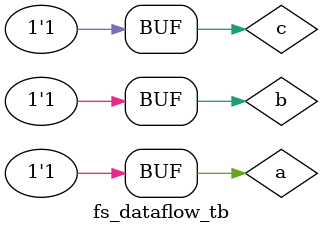
<source format=v>

module fs_dataflow_tb();
reg a,b,c;
wire d,br;
fs_dataflow dut(.a(a) ,.b(b),.c(c),.d(d) ,.br(br));
 
initial begin;
a = 1'b0;
b = 1'b0;
c = 1'b0;
#20;
a = 1'b0;
b = 1'b0;
c = 1'b1;
#20;
a = 1'b0;
b = 1'b1;
c = 1'b0;
#20;
a = 1'b0;
b = 1'b1;
c = 1'b1;
#20;
a = 1'b1;
b = 1'b0;
c = 1'b0;
#20;
a = 1'b1;
b = 1'b0;
c = 1'b1;
#20;
a = 1'b1;
b = 1'b1;
c = 1'b0;
#20;
a = 1'b1;
b = 1'b1;
c = 1'b1;
#20;
end
endmodule

</source>
